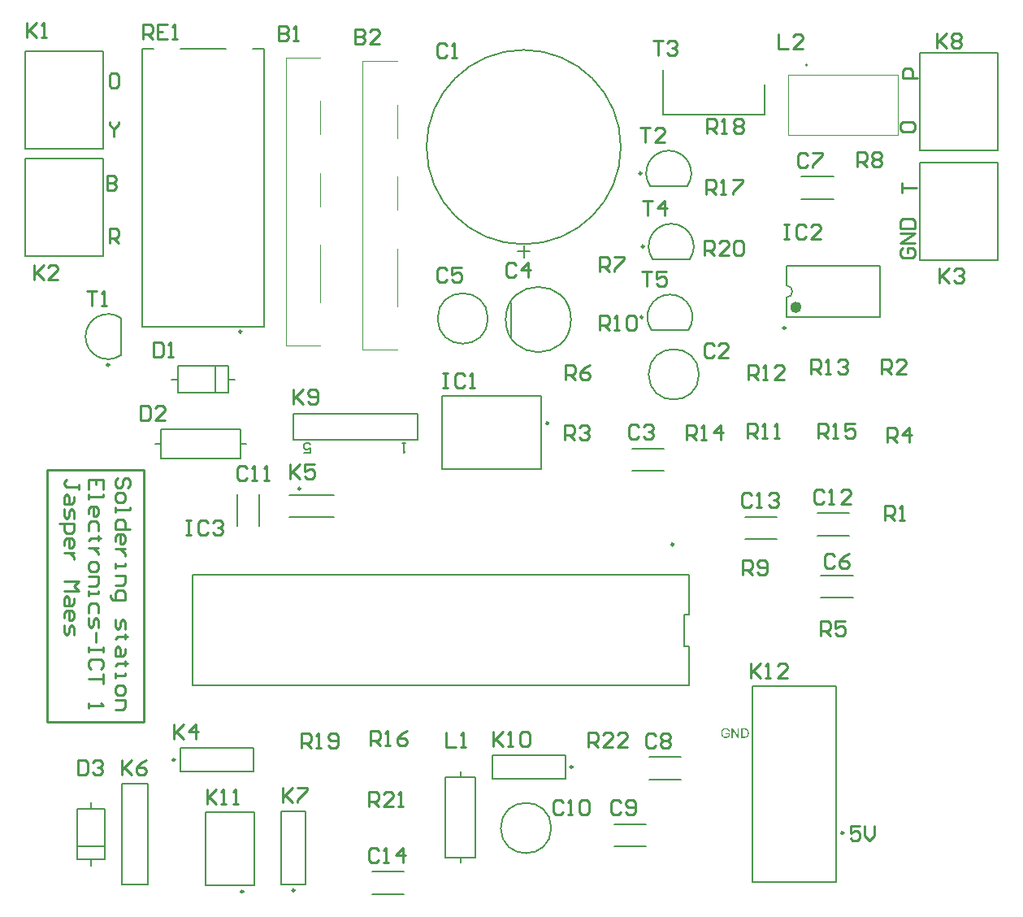
<source format=gbr>
%TF.GenerationSoftware,Altium Limited,Altium Designer,23.0.1 (38)*%
G04 Layer_Color=65535*
%FSLAX26Y26*%
%MOIN*%
%TF.SameCoordinates,CFC2B011-0ACB-40EE-8827-5318C0CA6053*%
%TF.FilePolarity,Positive*%
%TF.FileFunction,Legend,Top*%
%TF.Part,Single*%
G01*
G75*
%TA.AperFunction,NonConductor*%
%ADD54C,0.023622*%
%ADD55C,0.009842*%
%ADD56C,0.007874*%
%ADD57C,0.006000*%
%ADD58C,0.005906*%
%ADD59C,0.010000*%
%ADD60C,0.003937*%
G36*
X3910258Y4284016D02*
X3910702D01*
X3911756Y4283905D01*
X3912921Y4283739D01*
X3914142Y4283462D01*
X3915474Y4283128D01*
X3916751Y4282685D01*
X3916807D01*
X3916918Y4282629D01*
X3917084Y4282574D01*
X3917306Y4282462D01*
X3917916Y4282130D01*
X3918693Y4281741D01*
X3919526Y4281186D01*
X3920414Y4280520D01*
X3921247Y4279798D01*
X3922023Y4278910D01*
X3922135Y4278800D01*
X3922356Y4278467D01*
X3922689Y4277967D01*
X3923133Y4277245D01*
X3923577Y4276358D01*
X3924077Y4275248D01*
X3924577Y4274026D01*
X3924965Y4272639D01*
X3920358Y4271418D01*
Y4271474D01*
X3920303Y4271529D01*
X3920247Y4271695D01*
X3920192Y4271917D01*
X3920026Y4272417D01*
X3919803Y4273083D01*
X3919470Y4273860D01*
X3919082Y4274582D01*
X3918693Y4275359D01*
X3918194Y4276025D01*
X3918139Y4276080D01*
X3917972Y4276302D01*
X3917639Y4276579D01*
X3917251Y4276968D01*
X3916751Y4277412D01*
X3916085Y4277856D01*
X3915363Y4278300D01*
X3914531Y4278689D01*
X3914420Y4278744D01*
X3914142Y4278855D01*
X3913643Y4279021D01*
X3912977Y4279243D01*
X3912200Y4279410D01*
X3911312Y4279577D01*
X3910313Y4279688D01*
X3909258Y4279743D01*
X3908648D01*
X3908370Y4279688D01*
X3908037D01*
X3907205Y4279632D01*
X3906262Y4279466D01*
X3905207Y4279299D01*
X3904208Y4279021D01*
X3903209Y4278633D01*
X3903098Y4278578D01*
X3902765Y4278467D01*
X3902321Y4278189D01*
X3901766Y4277912D01*
X3901100Y4277467D01*
X3900378Y4277024D01*
X3899713Y4276468D01*
X3899102Y4275858D01*
X3899046Y4275802D01*
X3898825Y4275581D01*
X3898547Y4275192D01*
X3898214Y4274748D01*
X3897825Y4274193D01*
X3897437Y4273527D01*
X3897048Y4272806D01*
X3896660Y4272029D01*
Y4271973D01*
X3896604Y4271862D01*
X3896549Y4271695D01*
X3896438Y4271418D01*
X3896327Y4271085D01*
X3896216Y4270697D01*
X3896050Y4270252D01*
X3895939Y4269753D01*
X3895661Y4268587D01*
X3895439Y4267256D01*
X3895273Y4265868D01*
X3895217Y4264314D01*
Y4264258D01*
Y4264092D01*
Y4263815D01*
X3895273Y4263481D01*
Y4263038D01*
X3895328Y4262483D01*
X3895383Y4261927D01*
X3895439Y4261317D01*
X3895661Y4259930D01*
X3895939Y4258486D01*
X3896383Y4257043D01*
X3896938Y4255656D01*
Y4255600D01*
X3897048Y4255489D01*
X3897104Y4255323D01*
X3897271Y4255101D01*
X3897659Y4254490D01*
X3898269Y4253713D01*
X3898991Y4252881D01*
X3899879Y4252048D01*
X3900934Y4251271D01*
X3902099Y4250550D01*
X3902155D01*
X3902265Y4250494D01*
X3902432Y4250383D01*
X3902709Y4250273D01*
X3902987Y4250162D01*
X3903376Y4250051D01*
X3904264Y4249717D01*
X3905374Y4249440D01*
X3906595Y4249163D01*
X3907927Y4248940D01*
X3909314Y4248885D01*
X3909869D01*
X3910202Y4248940D01*
X3910535D01*
X3911367Y4249051D01*
X3912367Y4249163D01*
X3913421Y4249385D01*
X3914586Y4249717D01*
X3915752Y4250106D01*
X3915807D01*
X3915919Y4250162D01*
X3916030Y4250217D01*
X3916251Y4250328D01*
X3916862Y4250605D01*
X3917528Y4250939D01*
X3918305Y4251327D01*
X3919137Y4251771D01*
X3919914Y4252270D01*
X3920581Y4252825D01*
Y4260041D01*
X3909258D01*
Y4264592D01*
X3925575D01*
Y4250328D01*
X3925520Y4250273D01*
X3925409Y4250217D01*
X3925187Y4250051D01*
X3924910Y4249828D01*
X3924577Y4249606D01*
X3924188Y4249329D01*
X3923689Y4248996D01*
X3923189Y4248663D01*
X3922023Y4247941D01*
X3920691Y4247164D01*
X3919304Y4246443D01*
X3917805Y4245833D01*
X3917750D01*
X3917639Y4245777D01*
X3917417Y4245721D01*
X3917140Y4245610D01*
X3916751Y4245499D01*
X3916307Y4245333D01*
X3915807Y4245222D01*
X3915308Y4245111D01*
X3914087Y4244833D01*
X3912700Y4244556D01*
X3911201Y4244390D01*
X3909647Y4244334D01*
X3909092D01*
X3908704Y4244390D01*
X3908204D01*
X3907593Y4244445D01*
X3906927Y4244556D01*
X3906206Y4244611D01*
X3904597Y4244944D01*
X3902876Y4245333D01*
X3901100Y4245944D01*
X3900212Y4246276D01*
X3899324Y4246721D01*
X3899269Y4246776D01*
X3899102Y4246832D01*
X3898880Y4246998D01*
X3898547Y4247164D01*
X3898159Y4247442D01*
X3897770Y4247720D01*
X3896715Y4248497D01*
X3895606Y4249495D01*
X3894440Y4250717D01*
X3893330Y4252104D01*
X3892331Y4253713D01*
Y4253769D01*
X3892220Y4253935D01*
X3892109Y4254158D01*
X3891943Y4254546D01*
X3891776Y4254935D01*
X3891610Y4255489D01*
X3891387Y4256044D01*
X3891166Y4256711D01*
X3890943Y4257432D01*
X3890722Y4258265D01*
X3890555Y4259097D01*
X3890389Y4259985D01*
X3890111Y4261927D01*
X3890000Y4263981D01*
Y4264037D01*
Y4264258D01*
Y4264536D01*
X3890055Y4264925D01*
Y4265424D01*
X3890111Y4266034D01*
X3890222Y4266645D01*
X3890278Y4267367D01*
X3890444Y4268144D01*
X3890555Y4268976D01*
X3890999Y4270752D01*
X3891554Y4272583D01*
X3892331Y4274415D01*
X3892387Y4274471D01*
X3892442Y4274637D01*
X3892553Y4274859D01*
X3892775Y4275192D01*
X3892997Y4275636D01*
X3893274Y4276080D01*
X3894052Y4277135D01*
X3894995Y4278355D01*
X3896160Y4279521D01*
X3897492Y4280686D01*
X3898269Y4281186D01*
X3899046Y4281685D01*
X3899102Y4281741D01*
X3899269Y4281797D01*
X3899490Y4281908D01*
X3899823Y4282074D01*
X3900267Y4282240D01*
X3900767Y4282462D01*
X3901322Y4282685D01*
X3901988Y4282907D01*
X3902709Y4283128D01*
X3903486Y4283295D01*
X3904319Y4283517D01*
X3905207Y4283684D01*
X3907149Y4283961D01*
X3908148Y4284072D01*
X3909925D01*
X3910258Y4284016D01*
D02*
G37*
G36*
X3963260Y4245000D02*
X3957988D01*
X3937896Y4275136D01*
Y4245000D01*
X3933012D01*
Y4283406D01*
X3938229D01*
X3958376Y4253214D01*
Y4283406D01*
X3963260D01*
Y4245000D01*
D02*
G37*
G36*
X3987569Y4283350D02*
X3988679Y4283295D01*
X3989789Y4283184D01*
X3990899Y4283017D01*
X3991843Y4282851D01*
X3991898D01*
X3992009Y4282796D01*
X3992175D01*
X3992398Y4282685D01*
X3993008Y4282518D01*
X3993785Y4282240D01*
X3994673Y4281852D01*
X3995617Y4281352D01*
X3996560Y4280797D01*
X3997448Y4280076D01*
X3997503Y4280020D01*
X3997559Y4279965D01*
X3997726Y4279798D01*
X3997948Y4279632D01*
X3998503Y4279077D01*
X3999169Y4278300D01*
X3999890Y4277356D01*
X4000667Y4276247D01*
X4001389Y4274970D01*
X4001999Y4273527D01*
Y4273471D01*
X4002055Y4273360D01*
X4002166Y4273139D01*
X4002221Y4272806D01*
X4002387Y4272417D01*
X4002499Y4271973D01*
X4002610Y4271474D01*
X4002776Y4270863D01*
X4002943Y4270252D01*
X4003053Y4269531D01*
X4003331Y4267977D01*
X4003497Y4266257D01*
X4003553Y4264369D01*
Y4264314D01*
Y4264203D01*
Y4263926D01*
Y4263648D01*
X4003497Y4263260D01*
Y4262815D01*
X4003442Y4261761D01*
X4003276Y4260540D01*
X4003109Y4259264D01*
X4002831Y4257931D01*
X4002499Y4256600D01*
Y4256544D01*
X4002443Y4256433D01*
X4002387Y4256266D01*
X4002332Y4256044D01*
X4002110Y4255434D01*
X4001777Y4254657D01*
X4001444Y4253769D01*
X4001000Y4252881D01*
X4000445Y4251938D01*
X3999890Y4251050D01*
X3999834Y4250939D01*
X3999613Y4250661D01*
X3999280Y4250273D01*
X3998836Y4249773D01*
X3998336Y4249218D01*
X3997726Y4248663D01*
X3997115Y4248052D01*
X3996394Y4247553D01*
X3996282Y4247498D01*
X3996061Y4247331D01*
X3995672Y4247109D01*
X3995117Y4246832D01*
X3994451Y4246498D01*
X3993674Y4246221D01*
X3992786Y4245888D01*
X3991787Y4245610D01*
X3991676D01*
X3991510Y4245555D01*
X3991343Y4245499D01*
X3990788Y4245444D01*
X3990011Y4245333D01*
X3989123Y4245222D01*
X3988068Y4245111D01*
X3986903Y4245056D01*
X3985626Y4245000D01*
X3971807D01*
Y4283406D01*
X3986570D01*
X3987569Y4283350D01*
D02*
G37*
%LPC*%
G36*
X3985793Y4278855D02*
X3976913D01*
Y4249551D01*
X3986015D01*
X3986403Y4249606D01*
X3987236Y4249662D01*
X3988180Y4249717D01*
X3989178Y4249828D01*
X3990177Y4249995D01*
X3991010Y4250217D01*
X3991121Y4250273D01*
X3991398Y4250328D01*
X3991787Y4250494D01*
X3992287Y4250717D01*
X3992841Y4251050D01*
X3993396Y4251382D01*
X3993952Y4251771D01*
X3994506Y4252215D01*
X3994562Y4252326D01*
X3994784Y4252548D01*
X3995117Y4252936D01*
X3995506Y4253492D01*
X3995950Y4254213D01*
X3996449Y4255046D01*
X3996893Y4255989D01*
X3997282Y4257043D01*
Y4257099D01*
X3997337Y4257210D01*
X3997392Y4257377D01*
X3997448Y4257599D01*
X3997503Y4257876D01*
X3997615Y4258265D01*
X3997726Y4258653D01*
X3997836Y4259097D01*
X3998003Y4260207D01*
X3998169Y4261484D01*
X3998280Y4262926D01*
X3998336Y4264480D01*
Y4264536D01*
Y4264758D01*
Y4265035D01*
X3998280Y4265480D01*
Y4265979D01*
X3998225Y4266534D01*
X3998169Y4267200D01*
X3998114Y4267866D01*
X3997836Y4269364D01*
X3997503Y4270918D01*
X3997004Y4272361D01*
X3996671Y4273083D01*
X3996338Y4273694D01*
Y4273749D01*
X3996227Y4273860D01*
X3996116Y4274026D01*
X3996005Y4274248D01*
X3995561Y4274803D01*
X3995006Y4275470D01*
X3994285Y4276191D01*
X3993452Y4276913D01*
X3992508Y4277523D01*
X3991510Y4278023D01*
X3991398Y4278078D01*
X3991121Y4278133D01*
X3990622Y4278300D01*
X3989900Y4278467D01*
X3989012Y4278578D01*
X3987902Y4278744D01*
X3987236Y4278800D01*
X3986515D01*
X3985793Y4278855D01*
D02*
G37*
%LPD*%
D54*
X4208268Y6010039D02*
G03*
X4208268Y6010039I-11811J0D01*
G01*
D55*
X4153740Y5925000D02*
G03*
X4153740Y5925000I-4921J0D01*
G01*
X3568780Y5970000D02*
G03*
X3568780Y5970000I-4921J0D01*
G01*
X3573780Y6260000D02*
G03*
X3573780Y6260000I-4921J0D01*
G01*
X3563780Y6560000D02*
G03*
X3563780Y6560000I-4921J0D01*
G01*
X2164921Y5266654D02*
G03*
X2164921Y5266654I-4921J0D01*
G01*
X4391772Y3855000D02*
G03*
X4391772Y3855000I-4921J0D01*
G01*
X1929921Y3614409D02*
G03*
X1929921Y3614409I-4921J0D01*
G01*
X1379921Y5773858D02*
G03*
X1379921Y5773858I-4921J0D01*
G01*
X3181693Y5535000D02*
G03*
X3181693Y5535000I-4921J0D01*
G01*
X3280512Y4125000D02*
G03*
X3280512Y4125000I-4921J0D01*
G01*
X2139921Y3619409D02*
G03*
X2139921Y3619409I-4921J0D01*
G01*
X1649331Y4155000D02*
G03*
X1649331Y4155000I-4921J0D01*
G01*
X1922480Y5910433D02*
G03*
X1922480Y5910433I-4921J0D01*
G01*
X3694921Y5038228D02*
G03*
X3694921Y5038228I-4921J0D01*
G01*
D56*
X4157087Y6050000D02*
G03*
X4157087Y6100000I0J25000D01*
G01*
X3798976Y5735000D02*
G03*
X3798976Y5735000I-103347J0D01*
G01*
X3192717Y3875000D02*
G03*
X3192717Y3875000I-103347J0D01*
G01*
X4240000Y7000236D02*
G03*
X4240000Y7008110I0J3937D01*
G01*
D02*
G03*
X4240000Y7000236I0J-3937D01*
G01*
X3756137Y5917435D02*
G03*
X3603872Y5917423I-76137J52565D01*
G01*
X3761137Y6207435D02*
G03*
X3608872Y6207423I-76137J52565D01*
G01*
X3751137Y6507435D02*
G03*
X3598872Y6507423I-76137J52565D01*
G01*
X2933347Y5964370D02*
G03*
X2933347Y5964370I-103347J0D01*
G01*
X1427565Y5966137D02*
G03*
X1427577Y5813872I-52565J-76137D01*
G01*
X4705560Y6655000D02*
Y7054996D01*
X5024452Y6654996D02*
Y7054996D01*
X4705556Y6654996D02*
X5024452D01*
X4705560Y7054996D02*
X5024452D01*
X4299918Y4818618D02*
X4430082D01*
X4299918Y4911382D02*
X4430082D01*
X4705560Y6205000D02*
Y6604996D01*
X5024452Y6204996D02*
Y6604996D01*
X4705556Y6204996D02*
X5024452D01*
X4705560Y6604996D02*
X5024452D01*
X4542914Y5970670D02*
Y6179330D01*
X4157086Y6100000D02*
Y6179330D01*
Y5970670D02*
Y6050000D01*
Y6179330D02*
X4542914D01*
X4157086Y5970670D02*
X4542914D01*
X3989454Y5058618D02*
X4119618D01*
X3989454Y5151382D02*
X4119618D01*
X4284918Y5073618D02*
X4415082D01*
X4284918Y5166382D02*
X4415082D01*
X4219918Y6453618D02*
X4350082D01*
X4219918Y6546382D02*
X4350082D01*
X3524918Y5338618D02*
X3655082D01*
X3524918Y5431382D02*
X3655082D01*
X3652520Y6799212D02*
Y6983858D01*
Y6799212D02*
X4067480D01*
Y6925000D01*
X3603872Y5917440D02*
X3756128D01*
X3608872Y6207440D02*
X3761128D01*
X3598872Y6507440D02*
X3751128D01*
X1354440Y6220004D02*
Y6620000D01*
X1035548Y6220004D02*
Y6620004D01*
X1354444D01*
X1035548Y6220004D02*
X1354440D01*
X2118070Y5241064D02*
X2301930D01*
X2118070Y5148938D02*
X2301930D01*
X4018740Y3654408D02*
X4361260D01*
Y4455592D01*
X4018748Y4455602D02*
X4361252D01*
X4018740Y3654408D02*
Y4455592D01*
X1775000Y3940000D02*
X1975000D01*
Y3640000D02*
Y3940000D01*
X1775000Y3640000D02*
X1975000D01*
X1775000D02*
Y3940000D01*
X1354440Y6660004D02*
Y7060000D01*
X1035548Y6660004D02*
Y7060004D01*
X1354444D01*
X1035548Y6660004D02*
X1354440D01*
X1427560Y5813872D02*
Y5966128D01*
X2743700Y5645236D02*
X3153150D01*
X2743700Y5346024D02*
X3153150D01*
Y5645236D01*
X2743700Y5346024D02*
Y5645236D01*
X2950000Y4075984D02*
Y4174016D01*
X3250000Y4075984D02*
Y4174016D01*
X2950000D02*
X3250000D01*
X2950000Y4075984D02*
X3250000D01*
X2085984Y3945000D02*
X2184016D01*
X2085984Y3645000D02*
X2184016D01*
Y3945000D01*
X2085984Y3645000D02*
Y3945000D01*
X1970000Y4105984D02*
Y4204016D01*
X1670000Y4105984D02*
Y4204016D01*
Y4105984D02*
X1970000D01*
X1670000Y4204016D02*
X1970000D01*
X1515000Y5929134D02*
Y7070866D01*
X1966772D02*
X2015000D01*
X1671496D02*
X1858504D01*
X1515000D02*
X1563228D01*
X2015000Y5929134D02*
Y7070866D01*
X1515000Y5929134D02*
X2015000D01*
X3029764Y5891102D02*
Y6028898D01*
X2759960Y3755040D02*
Y4084960D01*
X2880040D01*
Y3755040D02*
Y4084960D01*
X2759960Y3755040D02*
X2880040D01*
X2820000Y3733544D02*
Y3755040D01*
Y4084960D02*
Y4106456D01*
X2459454Y3603618D02*
X2589618D01*
X2459454Y3696382D02*
X2589618D01*
X1903618Y5114918D02*
Y5245082D01*
X1996382Y5114918D02*
Y5245082D01*
X3450382Y3891382D02*
X3580546D01*
X3450382Y3798618D02*
X3580546D01*
X3594918Y4073618D02*
X3725082D01*
X3594918Y4166382D02*
X3725082D01*
X1721250Y4913130D02*
X3758750D01*
X1721250Y4459370D02*
Y4913130D01*
Y4459370D02*
X3758750D01*
Y4621428D01*
X3739066D02*
X3758750D01*
X3739066D02*
Y4751072D01*
X3758750D01*
Y4913130D01*
X1249882Y3747638D02*
Y3952362D01*
X1360118D01*
Y3747638D02*
Y3952362D01*
X1249882Y3747638D02*
X1360118D01*
X1305000Y3721456D02*
Y3747638D01*
Y3952362D02*
Y3978544D01*
X1252638Y3798818D02*
X1357362D01*
X1662638Y5659882D02*
X1867362D01*
X1662638D02*
Y5770118D01*
X1867362D01*
Y5659882D02*
Y5770118D01*
Y5715000D02*
X1893544D01*
X1636456D02*
X1662638D01*
X1816182Y5662638D02*
Y5767362D01*
X1432048Y4055906D02*
X1537952D01*
X1432048Y3644094D02*
Y4055906D01*
Y3644094D02*
X1537952D01*
Y4055906D01*
X1590040Y5389960D02*
X1919960D01*
X1590040D02*
Y5510040D01*
X1919960D01*
Y5389960D02*
Y5510040D01*
Y5450000D02*
X1941456D01*
X1568544D02*
X1590040D01*
X2134094Y5467048D02*
Y5572952D01*
Y5467048D02*
X2645906D01*
Y5572952D01*
X2134094D02*
X2645906D01*
D57*
X3478500Y6667000D02*
G03*
X3478500Y6667000I-398500J0D01*
G01*
X3055000Y6238500D02*
X3105000D01*
X3080000Y6213500D02*
Y6263500D01*
X2178303Y5413084D02*
X2204961D01*
Y5433077D01*
X2191632Y5426413D01*
X2184967D01*
X2178303Y5433077D01*
Y5446406D01*
X2184967Y5453071D01*
X2198296D01*
X2204961Y5446406D01*
X2594724Y5453071D02*
X2581395D01*
X2588060D01*
Y5413084D01*
X2594724Y5419748D01*
D58*
X3273858Y5960000D02*
G03*
X3273858Y5960000I-133858J0D01*
G01*
D59*
X1125000Y4310000D02*
X1520000D01*
X1125000Y5345000D02*
X1520000D01*
Y4310000D02*
Y5345000D01*
X1125000Y4310000D02*
Y5345000D01*
X4625019Y6759990D02*
Y6739997D01*
X4635016Y6730000D01*
X4675003D01*
X4685000Y6739997D01*
Y6759990D01*
X4675003Y6769987D01*
X4635016D01*
X4625019Y6759990D01*
X4630019Y6480000D02*
Y6519987D01*
Y6499993D01*
X4690000D01*
X1380000Y6275000D02*
Y6334981D01*
X1409990D01*
X1419987Y6324984D01*
Y6304990D01*
X1409990Y6294993D01*
X1380000D01*
X1399994D02*
X1419987Y6275000D01*
X1370000Y6549981D02*
Y6490000D01*
X1399990D01*
X1409987Y6499997D01*
Y6509993D01*
X1399990Y6519990D01*
X1370000D01*
X1399990D01*
X1409987Y6529987D01*
Y6539984D01*
X1399990Y6549981D01*
X1370000D01*
X1380000Y6769981D02*
Y6759984D01*
X1399994Y6739990D01*
X1419987Y6759984D01*
Y6769981D01*
X1399994Y6739990D02*
Y6710000D01*
X1409990Y6969981D02*
X1389997D01*
X1380000Y6959984D01*
Y6919997D01*
X1389997Y6910000D01*
X1409990D01*
X1419987Y6919997D01*
Y6959984D01*
X1409990Y6969981D01*
X4459987Y3884981D02*
X4420000D01*
Y3854990D01*
X4439993Y3864987D01*
X4449990D01*
X4459987Y3854990D01*
Y3834997D01*
X4449990Y3825000D01*
X4429997D01*
X4420000Y3834997D01*
X4479981Y3884981D02*
Y3844994D01*
X4499974Y3825000D01*
X4519968Y3844994D01*
Y3884981D01*
X4635016Y6254987D02*
X4625019Y6244990D01*
Y6224997D01*
X4635016Y6215000D01*
X4675003D01*
X4685000Y6224997D01*
Y6244990D01*
X4675003Y6254987D01*
X4655010D01*
Y6234993D01*
X4685000Y6274981D02*
X4625019D01*
X4685000Y6314968D01*
X4625019D01*
Y6334961D02*
X4685000D01*
Y6364952D01*
X4675003Y6374948D01*
X4635016D01*
X4625019Y6364952D01*
Y6334961D01*
X4695000Y6950000D02*
X4635019D01*
Y6979990D01*
X4645016Y6989987D01*
X4665010D01*
X4675007Y6979990D01*
Y6950000D01*
X1254974Y5265013D02*
Y5285007D01*
Y5275010D01*
X1204990D01*
X1194994Y5285007D01*
Y5295003D01*
X1204990Y5305000D01*
X1234981Y5235023D02*
Y5215029D01*
X1224984Y5205032D01*
X1194994D01*
Y5235023D01*
X1204990Y5245019D01*
X1214987Y5235023D01*
Y5205032D01*
X1194994Y5185039D02*
Y5155048D01*
X1204990Y5145052D01*
X1214987Y5155048D01*
Y5175042D01*
X1224984Y5185039D01*
X1234981Y5175042D01*
Y5145052D01*
X1175000Y5125058D02*
X1234981D01*
Y5095068D01*
X1224984Y5085071D01*
X1204990D01*
X1194994Y5095068D01*
Y5125058D01*
Y5035087D02*
Y5055081D01*
X1204990Y5065078D01*
X1224984D01*
X1234981Y5055081D01*
Y5035087D01*
X1224984Y5025091D01*
X1214987D01*
Y5065078D01*
X1234981Y5005097D02*
X1194994D01*
X1214987D01*
X1224984Y4995100D01*
X1234981Y4985104D01*
Y4975107D01*
X1194994Y4885136D02*
X1254974D01*
X1234981Y4865142D01*
X1254974Y4845149D01*
X1194994D01*
X1234981Y4815158D02*
Y4795165D01*
X1224984Y4785168D01*
X1194994D01*
Y4815158D01*
X1204990Y4825155D01*
X1214987Y4815158D01*
Y4785168D01*
X1194994Y4735184D02*
Y4755178D01*
X1204990Y4765175D01*
X1224984D01*
X1234981Y4755178D01*
Y4735184D01*
X1224984Y4725188D01*
X1214987D01*
Y4765175D01*
X1194994Y4705194D02*
Y4675204D01*
X1204990Y4665207D01*
X1214987Y4675204D01*
Y4695197D01*
X1224984Y4705194D01*
X1234981Y4695197D01*
Y4665207D01*
X1354981Y5265013D02*
Y5305000D01*
X1295000D01*
Y5265013D01*
X1324990Y5305000D02*
Y5285007D01*
X1295000Y5245019D02*
Y5225026D01*
Y5235023D01*
X1354981D01*
Y5245019D01*
X1295000Y5165045D02*
Y5185039D01*
X1304997Y5195036D01*
X1324990D01*
X1334987Y5185039D01*
Y5165045D01*
X1324990Y5155048D01*
X1314994D01*
Y5195036D01*
X1334987Y5095068D02*
Y5125058D01*
X1324990Y5135055D01*
X1304997D01*
X1295000Y5125058D01*
Y5095068D01*
X1344984Y5065078D02*
X1334987D01*
Y5075074D01*
Y5055081D01*
Y5065078D01*
X1304997D01*
X1295000Y5055081D01*
X1334987Y5025091D02*
X1295000D01*
X1314994D01*
X1324990Y5015094D01*
X1334987Y5005097D01*
Y4995100D01*
X1295000Y4955113D02*
Y4935120D01*
X1304997Y4925123D01*
X1324990D01*
X1334987Y4935120D01*
Y4955113D01*
X1324990Y4965110D01*
X1304997D01*
X1295000Y4955113D01*
Y4905129D02*
X1334987D01*
Y4875139D01*
X1324990Y4865142D01*
X1295000D01*
Y4845149D02*
Y4825155D01*
Y4835152D01*
X1334987D01*
Y4845149D01*
Y4755178D02*
Y4785168D01*
X1324990Y4795165D01*
X1304997D01*
X1295000Y4785168D01*
Y4755178D01*
Y4735184D02*
Y4705194D01*
X1304997Y4695197D01*
X1314994Y4705194D01*
Y4725188D01*
X1324990Y4735184D01*
X1334987Y4725188D01*
Y4695197D01*
X1324990Y4675204D02*
Y4635217D01*
X1354981Y4615223D02*
Y4595230D01*
Y4605226D01*
X1295000D01*
Y4615223D01*
Y4595230D01*
X1344984Y4525252D02*
X1354981Y4535249D01*
Y4555243D01*
X1344984Y4565239D01*
X1304997D01*
X1295000Y4555243D01*
Y4535249D01*
X1304997Y4525252D01*
X1354981Y4505259D02*
Y4465272D01*
Y4485265D01*
X1295000D01*
Y4385298D02*
Y4365304D01*
Y4375301D01*
X1354981D01*
X1344984Y4385298D01*
X1454977Y5270013D02*
X1464974Y5280010D01*
Y5300003D01*
X1454977Y5310000D01*
X1444981D01*
X1434984Y5300003D01*
Y5280010D01*
X1424987Y5270013D01*
X1414990D01*
X1404994Y5280010D01*
Y5300003D01*
X1414990Y5310000D01*
X1404994Y5240023D02*
Y5220029D01*
X1414990Y5210032D01*
X1434984D01*
X1444981Y5220029D01*
Y5240023D01*
X1434984Y5250019D01*
X1414990D01*
X1404994Y5240023D01*
Y5190039D02*
Y5170045D01*
Y5180042D01*
X1464974D01*
Y5190039D01*
Y5100068D02*
X1404994D01*
Y5130058D01*
X1414990Y5140055D01*
X1434984D01*
X1444981Y5130058D01*
Y5100068D01*
X1404994Y5050084D02*
Y5070078D01*
X1414990Y5080074D01*
X1434984D01*
X1444981Y5070078D01*
Y5050084D01*
X1434984Y5040087D01*
X1424987D01*
Y5080074D01*
X1444981Y5020094D02*
X1404994D01*
X1424987D01*
X1434984Y5010097D01*
X1444981Y5000100D01*
Y4990104D01*
X1404994Y4960113D02*
Y4940120D01*
Y4950116D01*
X1444981D01*
Y4960113D01*
X1404994Y4910129D02*
X1444981D01*
Y4880139D01*
X1434984Y4870142D01*
X1404994D01*
X1385000Y4830155D02*
Y4820158D01*
X1394997Y4810162D01*
X1444981D01*
Y4840152D01*
X1434984Y4850149D01*
X1414990D01*
X1404994Y4840152D01*
Y4810162D01*
Y4730188D02*
Y4700197D01*
X1414990Y4690200D01*
X1424987Y4700197D01*
Y4720191D01*
X1434984Y4730188D01*
X1444981Y4720191D01*
Y4690200D01*
X1454977Y4660210D02*
X1444981D01*
Y4670207D01*
Y4650213D01*
Y4660210D01*
X1414990D01*
X1404994Y4650213D01*
X1444981Y4610226D02*
Y4590233D01*
X1434984Y4580236D01*
X1404994D01*
Y4610226D01*
X1414990Y4620223D01*
X1424987Y4610226D01*
Y4580236D01*
X1454977Y4550246D02*
X1444981D01*
Y4560243D01*
Y4540249D01*
Y4550246D01*
X1414990D01*
X1404994Y4540249D01*
Y4510259D02*
Y4490265D01*
Y4500262D01*
X1444981D01*
Y4510259D01*
X1404994Y4450278D02*
Y4430285D01*
X1414990Y4420288D01*
X1434984D01*
X1444981Y4430285D01*
Y4450278D01*
X1434984Y4460275D01*
X1414990D01*
X1404994Y4450278D01*
Y4400294D02*
X1444981D01*
Y4370304D01*
X1434984Y4360307D01*
X1404994D01*
X3564000Y6156981D02*
X3603987D01*
X3583994D01*
Y6097000D01*
X3663968Y6156981D02*
X3623981D01*
Y6126990D01*
X3643974Y6136987D01*
X3653971D01*
X3663968Y6126990D01*
Y6106997D01*
X3653971Y6097000D01*
X3633977D01*
X3623981Y6106997D01*
X3569000Y6446981D02*
X3608987D01*
X3588994D01*
Y6387000D01*
X3658971D02*
Y6446981D01*
X3628981Y6416990D01*
X3668968D01*
X3610016Y7104990D02*
X3650003D01*
X3630010D01*
Y7045010D01*
X3669997Y7094993D02*
X3679994Y7104990D01*
X3699987D01*
X3709984Y7094993D01*
Y7084997D01*
X3699987Y7075000D01*
X3689990D01*
X3699987D01*
X3709984Y7065003D01*
Y7055007D01*
X3699987Y7045010D01*
X3679994D01*
X3669997Y7055007D01*
X3559000Y6746981D02*
X3598987D01*
X3578994D01*
Y6687000D01*
X3658968D02*
X3618981D01*
X3658968Y6726987D01*
Y6736984D01*
X3648971Y6746981D01*
X3628977D01*
X3618981Y6736984D01*
X1288000Y6076981D02*
X1327987D01*
X1307994D01*
Y6017000D01*
X1347981D02*
X1367974D01*
X1357977D01*
Y6076981D01*
X1347981Y6066984D01*
X1517000Y7109000D02*
Y7168981D01*
X1546990D01*
X1556987Y7158984D01*
Y7138990D01*
X1546990Y7128993D01*
X1517000D01*
X1536994D02*
X1556987Y7109000D01*
X1616968Y7168981D02*
X1576981D01*
Y7109000D01*
X1616968D01*
X1576981Y7138990D02*
X1596974D01*
X1636961Y7109000D02*
X1656955D01*
X1646958D01*
Y7168981D01*
X1636961Y7158984D01*
X3344000Y4207000D02*
Y4266981D01*
X3373990D01*
X3383987Y4256984D01*
Y4236990D01*
X3373990Y4226993D01*
X3344000D01*
X3363994D02*
X3383987Y4207000D01*
X3443968D02*
X3403981D01*
X3443968Y4246987D01*
Y4256984D01*
X3433971Y4266981D01*
X3413977D01*
X3403981Y4256984D01*
X3503948Y4207000D02*
X3463961D01*
X3503948Y4246987D01*
Y4256984D01*
X3493952Y4266981D01*
X3473958D01*
X3463961Y4256984D01*
X2444000Y3962000D02*
Y4021981D01*
X2473990D01*
X2483987Y4011984D01*
Y3991990D01*
X2473990Y3981994D01*
X2444000D01*
X2463994D02*
X2483987Y3962000D01*
X2543968D02*
X2503981D01*
X2543968Y4001987D01*
Y4011984D01*
X2533971Y4021981D01*
X2513977D01*
X2503981Y4011984D01*
X2563961Y3962000D02*
X2583955D01*
X2573958D01*
Y4021981D01*
X2563961Y4011984D01*
X3822000Y6222000D02*
Y6281981D01*
X3851990D01*
X3861987Y6271984D01*
Y6251990D01*
X3851990Y6241993D01*
X3822000D01*
X3841994D02*
X3861987Y6222000D01*
X3921968D02*
X3881981D01*
X3921968Y6261987D01*
Y6271984D01*
X3911971Y6281981D01*
X3891977D01*
X3881981Y6271984D01*
X3941961D02*
X3951958Y6281981D01*
X3971952D01*
X3981948Y6271984D01*
Y6231997D01*
X3971952Y6222000D01*
X3951958D01*
X3941961Y6231997D01*
Y6271984D01*
X2167000Y4202000D02*
Y4261981D01*
X2196990D01*
X2206987Y4251984D01*
Y4231990D01*
X2196990Y4221993D01*
X2167000D01*
X2186994D02*
X2206987Y4202000D01*
X2226981D02*
X2246974D01*
X2236977D01*
Y4261981D01*
X2226981Y4251984D01*
X2276964Y4211997D02*
X2286961Y4202000D01*
X2306955D01*
X2316952Y4211997D01*
Y4251984D01*
X2306955Y4261981D01*
X2286961D01*
X2276964Y4251984D01*
Y4241987D01*
X2286961Y4231990D01*
X2316952D01*
X3832000Y6722000D02*
Y6781981D01*
X3861990D01*
X3871987Y6771984D01*
Y6751990D01*
X3861990Y6741993D01*
X3832000D01*
X3851994D02*
X3871987Y6722000D01*
X3891981D02*
X3911974D01*
X3901977D01*
Y6781981D01*
X3891981Y6771984D01*
X3941964D02*
X3951961Y6781981D01*
X3971955D01*
X3981952Y6771984D01*
Y6761987D01*
X3971955Y6751990D01*
X3981952Y6741993D01*
Y6731997D01*
X3971955Y6722000D01*
X3951961D01*
X3941964Y6731997D01*
Y6741993D01*
X3951961Y6751990D01*
X3941964Y6761987D01*
Y6771984D01*
X3951961Y6751990D02*
X3971955D01*
X3829000Y6472000D02*
Y6531981D01*
X3858990D01*
X3868987Y6521984D01*
Y6501990D01*
X3858990Y6491993D01*
X3829000D01*
X3848994D02*
X3868987Y6472000D01*
X3888981D02*
X3908974D01*
X3898977D01*
Y6531981D01*
X3888981Y6521984D01*
X3938964Y6531981D02*
X3978952D01*
Y6521984D01*
X3938964Y6481997D01*
Y6472000D01*
X2452000Y4212000D02*
Y4271981D01*
X2481990D01*
X2491987Y4261984D01*
Y4241990D01*
X2481990Y4231993D01*
X2452000D01*
X2471994D02*
X2491987Y4212000D01*
X2511981D02*
X2531974D01*
X2521977D01*
Y4271981D01*
X2511981Y4261984D01*
X2601952Y4271981D02*
X2581958Y4261984D01*
X2561964Y4241990D01*
Y4221997D01*
X2571961Y4212000D01*
X2591955D01*
X2601952Y4221997D01*
Y4231993D01*
X2591955Y4241990D01*
X2561964D01*
X4289000Y5472000D02*
Y5531981D01*
X4318990D01*
X4328987Y5521984D01*
Y5501990D01*
X4318990Y5491993D01*
X4289000D01*
X4308993D02*
X4328987Y5472000D01*
X4348981D02*
X4368974D01*
X4358977D01*
Y5531981D01*
X4348981Y5521984D01*
X4438952Y5531981D02*
X4398964D01*
Y5501990D01*
X4418958Y5511987D01*
X4428955D01*
X4438952Y5501990D01*
Y5481997D01*
X4428955Y5472000D01*
X4408961D01*
X4398964Y5481997D01*
X3749000Y5467000D02*
Y5526981D01*
X3778990D01*
X3788987Y5516984D01*
Y5496990D01*
X3778990Y5486993D01*
X3749000D01*
X3768994D02*
X3788987Y5467000D01*
X3808981D02*
X3828974D01*
X3818977D01*
Y5526981D01*
X3808981Y5516984D01*
X3888955Y5467000D02*
Y5526981D01*
X3858964Y5496990D01*
X3898952D01*
X4259000Y5737000D02*
Y5796981D01*
X4288990D01*
X4298987Y5786984D01*
Y5766990D01*
X4288990Y5756993D01*
X4259000D01*
X4278993D02*
X4298987Y5737000D01*
X4318981D02*
X4338974D01*
X4328977D01*
Y5796981D01*
X4318981Y5786984D01*
X4368964D02*
X4378961Y5796981D01*
X4398955D01*
X4408952Y5786984D01*
Y5776987D01*
X4398955Y5766990D01*
X4388958D01*
X4398955D01*
X4408952Y5756993D01*
Y5746997D01*
X4398955Y5737000D01*
X4378961D01*
X4368964Y5746997D01*
X4000024Y5715010D02*
Y5774990D01*
X4030015D01*
X4040011Y5764993D01*
Y5745000D01*
X4030015Y5735003D01*
X4000024D01*
X4020018D02*
X4040011Y5715010D01*
X4060005D02*
X4079998D01*
X4070002D01*
Y5774990D01*
X4060005Y5764993D01*
X4149976Y5715010D02*
X4109989D01*
X4149976Y5754997D01*
Y5764993D01*
X4139979Y5774990D01*
X4119985D01*
X4109989Y5764993D01*
X3999000Y5472000D02*
Y5531981D01*
X4028990D01*
X4038987Y5521984D01*
Y5501990D01*
X4028990Y5491993D01*
X3999000D01*
X4018994D02*
X4038987Y5472000D01*
X4058981D02*
X4078974D01*
X4068977D01*
Y5531981D01*
X4058981Y5521984D01*
X4108964Y5472000D02*
X4128958D01*
X4118961D01*
Y5531981D01*
X4108964Y5521984D01*
X3392000Y5917000D02*
Y5976981D01*
X3421990D01*
X3431987Y5966984D01*
Y5946990D01*
X3421990Y5936993D01*
X3392000D01*
X3411994D02*
X3431987Y5917000D01*
X3451981D02*
X3471974D01*
X3461977D01*
Y5976981D01*
X3451981Y5966984D01*
X3501964D02*
X3511961Y5976981D01*
X3531955D01*
X3541952Y5966984D01*
Y5926997D01*
X3531955Y5917000D01*
X3511961D01*
X3501964Y5926997D01*
Y5966984D01*
X3977000Y4912000D02*
Y4971981D01*
X4006990D01*
X4016987Y4961984D01*
Y4941990D01*
X4006990Y4931993D01*
X3977000D01*
X3996994D02*
X4016987Y4912000D01*
X4036981Y4921997D02*
X4046977Y4912000D01*
X4066971D01*
X4076968Y4921997D01*
Y4961984D01*
X4066971Y4971981D01*
X4046977D01*
X4036981Y4961984D01*
Y4951987D01*
X4046977Y4941990D01*
X4076968D01*
X4447000Y6587000D02*
Y6646981D01*
X4476990D01*
X4486987Y6636984D01*
Y6616990D01*
X4476990Y6606993D01*
X4447000D01*
X4466993D02*
X4486987Y6587000D01*
X4506981Y6636984D02*
X4516977Y6646981D01*
X4536971D01*
X4546968Y6636984D01*
Y6626987D01*
X4536971Y6616990D01*
X4546968Y6606993D01*
Y6596997D01*
X4536971Y6587000D01*
X4516977D01*
X4506981Y6596997D01*
Y6606993D01*
X4516977Y6616990D01*
X4506981Y6626987D01*
Y6636984D01*
X4516977Y6616990D02*
X4536971D01*
X3392000Y6157000D02*
Y6216981D01*
X3421990D01*
X3431987Y6206984D01*
Y6186990D01*
X3421990Y6176993D01*
X3392000D01*
X3411994D02*
X3431987Y6157000D01*
X3451981Y6216981D02*
X3491968D01*
Y6206984D01*
X3451981Y6166997D01*
Y6157000D01*
X3252000Y5712000D02*
Y5771981D01*
X3281990D01*
X3291987Y5761984D01*
Y5741990D01*
X3281990Y5731993D01*
X3252000D01*
X3271994D02*
X3291987Y5712000D01*
X3351968Y5771981D02*
X3331974Y5761984D01*
X3311981Y5741990D01*
Y5721997D01*
X3321977Y5712000D01*
X3341971D01*
X3351968Y5721997D01*
Y5731993D01*
X3341971Y5741990D01*
X3311981D01*
X4297000Y4662000D02*
Y4721981D01*
X4326990D01*
X4336987Y4711984D01*
Y4691990D01*
X4326990Y4681993D01*
X4297000D01*
X4316993D02*
X4336987Y4662000D01*
X4396968Y4721981D02*
X4356981D01*
Y4691990D01*
X4376974Y4701987D01*
X4386971D01*
X4396968Y4691990D01*
Y4671997D01*
X4386971Y4662000D01*
X4366977D01*
X4356981Y4671997D01*
X4572000Y5457000D02*
Y5516981D01*
X4601990D01*
X4611987Y5506984D01*
Y5486990D01*
X4601990Y5476993D01*
X4572000D01*
X4591993D02*
X4611987Y5457000D01*
X4661971D02*
Y5516981D01*
X4631981Y5486990D01*
X4671968D01*
X3249000Y5467000D02*
Y5526981D01*
X3278990D01*
X3288987Y5516984D01*
Y5496990D01*
X3278990Y5486993D01*
X3249000D01*
X3268994D02*
X3288987Y5467000D01*
X3308981Y5516984D02*
X3318977Y5526981D01*
X3338971D01*
X3348968Y5516984D01*
Y5506987D01*
X3338971Y5496990D01*
X3328974D01*
X3338971D01*
X3348968Y5486993D01*
Y5476997D01*
X3338971Y5467000D01*
X3318977D01*
X3308981Y5476997D01*
X4547000Y5737000D02*
Y5796981D01*
X4576990D01*
X4586987Y5786984D01*
Y5766990D01*
X4576990Y5756993D01*
X4547000D01*
X4566993D02*
X4586987Y5737000D01*
X4646968D02*
X4606981D01*
X4646968Y5776987D01*
Y5786984D01*
X4636971Y5796981D01*
X4616977D01*
X4606981Y5786984D01*
X4562000Y5137000D02*
Y5196981D01*
X4591990D01*
X4601987Y5186984D01*
Y5166990D01*
X4591990Y5156993D01*
X4562000D01*
X4581993D02*
X4601987Y5137000D01*
X4621981D02*
X4641974D01*
X4631977D01*
Y5196981D01*
X4621981Y5186984D01*
X4125016Y7129990D02*
Y7070010D01*
X4165003D01*
X4224984D02*
X4184997D01*
X4224984Y7109997D01*
Y7119993D01*
X4214987Y7129990D01*
X4194994D01*
X4184997Y7119993D01*
X2762000Y4266981D02*
Y4207000D01*
X2801987D01*
X2821981D02*
X2841974D01*
X2831977D01*
Y4266981D01*
X2821981Y4256984D01*
X4012000Y4550981D02*
Y4491000D01*
Y4510993D01*
X4051987Y4550981D01*
X4021997Y4520990D01*
X4051987Y4491000D01*
X4071981D02*
X4091974D01*
X4081977D01*
Y4550981D01*
X4071981Y4540984D01*
X4161952Y4491000D02*
X4121964D01*
X4161952Y4530987D01*
Y4540984D01*
X4151955Y4550981D01*
X4131961D01*
X4121964Y4540984D01*
X1780000Y4034981D02*
Y3975000D01*
Y3994994D01*
X1819987Y4034981D01*
X1789997Y4004990D01*
X1819987Y3975000D01*
X1839981D02*
X1859974D01*
X1849977D01*
Y4034981D01*
X1839981Y4024984D01*
X1889964Y3975000D02*
X1909958D01*
X1899961D01*
Y4034981D01*
X1889964Y4024984D01*
X2955000Y4268981D02*
Y4209000D01*
Y4228993D01*
X2994987Y4268981D01*
X2964997Y4238990D01*
X2994987Y4209000D01*
X3014981D02*
X3034974D01*
X3024977D01*
Y4268981D01*
X3014981Y4258984D01*
X3064964D02*
X3074961Y4268981D01*
X3094955D01*
X3104952Y4258984D01*
Y4218997D01*
X3094955Y4209000D01*
X3074961D01*
X3064964Y4218997D01*
Y4258984D01*
X2135000Y5671981D02*
Y5612000D01*
Y5631993D01*
X2174987Y5671981D01*
X2144997Y5641990D01*
X2174987Y5612000D01*
X2194981Y5621997D02*
X2204977Y5612000D01*
X2224971D01*
X2234968Y5621997D01*
Y5661984D01*
X2224971Y5671981D01*
X2204977D01*
X2194981Y5661984D01*
Y5651987D01*
X2204977Y5641990D01*
X2234968D01*
X4775016Y7134990D02*
Y7075010D01*
Y7095003D01*
X4815003Y7134990D01*
X4785013Y7105000D01*
X4815003Y7075010D01*
X4834997Y7124993D02*
X4844994Y7134990D01*
X4864987D01*
X4874984Y7124993D01*
Y7114997D01*
X4864987Y7105000D01*
X4874984Y7095003D01*
Y7085007D01*
X4864987Y7075010D01*
X4844994D01*
X4834997Y7085007D01*
Y7095003D01*
X4844994Y7105000D01*
X4834997Y7114997D01*
Y7124993D01*
X4844994Y7105000D02*
X4864987D01*
X2091000Y4039981D02*
Y3980000D01*
Y3999994D01*
X2130987Y4039981D01*
X2100997Y4009990D01*
X2130987Y3980000D01*
X2150981Y4039981D02*
X2190968D01*
Y4029984D01*
X2150981Y3989997D01*
Y3980000D01*
X1433000Y4154981D02*
Y4095000D01*
Y4114993D01*
X1472987Y4154981D01*
X1442997Y4124990D01*
X1472987Y4095000D01*
X1532968Y4154981D02*
X1512974Y4144984D01*
X1492981Y4124990D01*
Y4104997D01*
X1502977Y4095000D01*
X1522971D01*
X1532968Y4104997D01*
Y4114993D01*
X1522971Y4124990D01*
X1492981D01*
X2123000Y5365981D02*
Y5306000D01*
Y5325993D01*
X2162987Y5365981D01*
X2132997Y5335990D01*
X2162987Y5306000D01*
X2222968Y5365981D02*
X2182981D01*
Y5335990D01*
X2202974Y5345987D01*
X2212971D01*
X2222968Y5335990D01*
Y5315997D01*
X2212971Y5306000D01*
X2192977D01*
X2182981Y5315997D01*
X1645000Y4298981D02*
Y4239000D01*
Y4258993D01*
X1684987Y4298981D01*
X1654997Y4268990D01*
X1684987Y4239000D01*
X1734971D02*
Y4298981D01*
X1704981Y4268990D01*
X1744968D01*
X4785016Y6169990D02*
Y6110010D01*
Y6130003D01*
X4825003Y6169990D01*
X4795013Y6140000D01*
X4825003Y6110010D01*
X4844997Y6159993D02*
X4854994Y6169990D01*
X4874987D01*
X4884984Y6159993D01*
Y6149997D01*
X4874987Y6140000D01*
X4864990D01*
X4874987D01*
X4884984Y6130003D01*
Y6120007D01*
X4874987Y6110010D01*
X4854994D01*
X4844997Y6120007D01*
X1070016Y6184990D02*
Y6125010D01*
Y6145003D01*
X1110003Y6184990D01*
X1080013Y6155000D01*
X1110003Y6125010D01*
X1169984D02*
X1129997D01*
X1169984Y6164997D01*
Y6174993D01*
X1159987Y6184990D01*
X1139994D01*
X1129997Y6174993D01*
X1041000Y7176981D02*
Y7117000D01*
Y7136993D01*
X1080987Y7176981D01*
X1050997Y7146990D01*
X1080987Y7117000D01*
X1100981D02*
X1120974D01*
X1110977D01*
Y7176981D01*
X1100981Y7166984D01*
X1695000Y5137981D02*
X1714994D01*
X1704997D01*
Y5078000D01*
X1695000D01*
X1714994D01*
X1784971Y5127984D02*
X1774974Y5137981D01*
X1754981D01*
X1744984Y5127984D01*
Y5087997D01*
X1754981Y5078000D01*
X1774974D01*
X1784971Y5087997D01*
X1804964Y5127984D02*
X1814961Y5137981D01*
X1834955D01*
X1844951Y5127984D01*
Y5117987D01*
X1834955Y5107990D01*
X1824958D01*
X1834955D01*
X1844951Y5097993D01*
Y5087997D01*
X1834955Y5078000D01*
X1814961D01*
X1804964Y5087997D01*
X4149000Y6348981D02*
X4168993D01*
X4158997D01*
Y6289000D01*
X4149000D01*
X4168993D01*
X4238971Y6338984D02*
X4228974Y6348981D01*
X4208981D01*
X4198984Y6338984D01*
Y6298997D01*
X4208981Y6289000D01*
X4228974D01*
X4238971Y6298997D01*
X4298952Y6289000D02*
X4258964D01*
X4298952Y6328987D01*
Y6338984D01*
X4288955Y6348981D01*
X4268961D01*
X4258964Y6338984D01*
X2749000Y5739981D02*
X2768994D01*
X2758997D01*
Y5680000D01*
X2749000D01*
X2768994D01*
X2838971Y5729984D02*
X2828974Y5739981D01*
X2808981D01*
X2798984Y5729984D01*
Y5689997D01*
X2808981Y5680000D01*
X2828974D01*
X2838971Y5689997D01*
X2858964Y5680000D02*
X2878958D01*
X2868961D01*
Y5739981D01*
X2858964Y5729984D01*
X1252000Y4152981D02*
Y4093000D01*
X1281990D01*
X1291987Y4102997D01*
Y4142984D01*
X1281990Y4152981D01*
X1252000D01*
X1311981Y4142984D02*
X1321977Y4152981D01*
X1341971D01*
X1351968Y4142984D01*
Y4132987D01*
X1341971Y4122990D01*
X1331974D01*
X1341971D01*
X1351968Y4112993D01*
Y4102997D01*
X1341971Y4093000D01*
X1321977D01*
X1311981Y4102997D01*
X1508000Y5607981D02*
Y5548000D01*
X1537990D01*
X1547987Y5557997D01*
Y5597984D01*
X1537990Y5607981D01*
X1508000D01*
X1607968Y5548000D02*
X1567981D01*
X1607968Y5587987D01*
Y5597984D01*
X1597971Y5607981D01*
X1577977D01*
X1567981Y5597984D01*
X1562000Y5867981D02*
Y5808000D01*
X1591990D01*
X1601987Y5817997D01*
Y5857984D01*
X1591990Y5867981D01*
X1562000D01*
X1621981Y5808000D02*
X1641974D01*
X1631977D01*
Y5867981D01*
X1621981Y5857984D01*
X2485987Y3783984D02*
X2475990Y3793981D01*
X2455997D01*
X2446000Y3783984D01*
Y3743997D01*
X2455997Y3734000D01*
X2475990D01*
X2485987Y3743997D01*
X2505981Y3734000D02*
X2525974D01*
X2515977D01*
Y3793981D01*
X2505981Y3783984D01*
X2585955Y3734000D02*
Y3793981D01*
X2555964Y3763990D01*
X2595952D01*
X4015987Y5238984D02*
X4005990Y5248981D01*
X3985997D01*
X3976000Y5238984D01*
Y5198997D01*
X3985997Y5189000D01*
X4005990D01*
X4015987Y5198997D01*
X4035981Y5189000D02*
X4055974D01*
X4045977D01*
Y5248981D01*
X4035981Y5238984D01*
X4085964D02*
X4095961Y5248981D01*
X4115955D01*
X4125952Y5238984D01*
Y5228987D01*
X4115955Y5218990D01*
X4105958D01*
X4115955D01*
X4125952Y5208993D01*
Y5198997D01*
X4115955Y5189000D01*
X4095961D01*
X4085964Y5198997D01*
X4310987Y5253984D02*
X4300990Y5263981D01*
X4280997D01*
X4271000Y5253984D01*
Y5213997D01*
X4280997Y5204000D01*
X4300990D01*
X4310987Y5213997D01*
X4330981Y5204000D02*
X4350974D01*
X4340977D01*
Y5263981D01*
X4330981Y5253984D01*
X4420952Y5204000D02*
X4380964D01*
X4420952Y5243987D01*
Y5253984D01*
X4410955Y5263981D01*
X4390961D01*
X4380964Y5253984D01*
X1945987Y5348984D02*
X1935990Y5358981D01*
X1915997D01*
X1906000Y5348984D01*
Y5308997D01*
X1915997Y5299000D01*
X1935990D01*
X1945987Y5308997D01*
X1965981Y5299000D02*
X1985974D01*
X1975977D01*
Y5358981D01*
X1965981Y5348984D01*
X2015964Y5299000D02*
X2035958D01*
X2025961D01*
Y5358981D01*
X2015964Y5348984D01*
X3476987Y3978984D02*
X3466990Y3988981D01*
X3446997D01*
X3437000Y3978984D01*
Y3938997D01*
X3446997Y3929000D01*
X3466990D01*
X3476987Y3938997D01*
X3496981D02*
X3506977Y3929000D01*
X3526971D01*
X3536968Y3938997D01*
Y3978984D01*
X3526971Y3988981D01*
X3506977D01*
X3496981Y3978984D01*
Y3968987D01*
X3506977Y3958990D01*
X3536968D01*
X3620987Y4253984D02*
X3610990Y4263981D01*
X3590997D01*
X3581000Y4253984D01*
Y4213997D01*
X3590997Y4204000D01*
X3610990D01*
X3620987Y4213997D01*
X3640981Y4253984D02*
X3650977Y4263981D01*
X3670971D01*
X3680968Y4253984D01*
Y4243987D01*
X3670971Y4233990D01*
X3680968Y4223993D01*
Y4213997D01*
X3670971Y4204000D01*
X3650977D01*
X3640981Y4213997D01*
Y4223993D01*
X3650977Y4233990D01*
X3640981Y4243987D01*
Y4253984D01*
X3650977Y4233990D02*
X3670971D01*
X4245987Y6633984D02*
X4235990Y6643981D01*
X4215997D01*
X4206000Y6633984D01*
Y6593997D01*
X4215997Y6584000D01*
X4235990D01*
X4245987Y6593997D01*
X4265981Y6643981D02*
X4305968D01*
Y6633984D01*
X4265981Y6593997D01*
Y6584000D01*
X4355003Y4989993D02*
X4345007Y4999990D01*
X4325013D01*
X4315016Y4989993D01*
Y4950007D01*
X4325013Y4940010D01*
X4345007D01*
X4355003Y4950007D01*
X4414984Y4999990D02*
X4394990Y4989993D01*
X4374997Y4970000D01*
Y4950007D01*
X4384994Y4940010D01*
X4404987D01*
X4414984Y4950007D01*
Y4960003D01*
X4404987Y4970000D01*
X4374997D01*
X2765003Y6164993D02*
X2755006Y6174990D01*
X2735013D01*
X2725016Y6164993D01*
Y6125007D01*
X2735013Y6115010D01*
X2755006D01*
X2765003Y6125007D01*
X2824984Y6174990D02*
X2784997D01*
Y6145000D01*
X2804990Y6154997D01*
X2814987D01*
X2824984Y6145000D01*
Y6125007D01*
X2814987Y6115010D01*
X2794994D01*
X2784997Y6125007D01*
X3047987Y6181984D02*
X3037990Y6191981D01*
X3017997D01*
X3008000Y6181984D01*
Y6141997D01*
X3017997Y6132000D01*
X3037990D01*
X3047987Y6141997D01*
X3097971Y6132000D02*
Y6191981D01*
X3067981Y6161990D01*
X3107968D01*
X3550987Y5518984D02*
X3540990Y5528981D01*
X3520997D01*
X3511000Y5518984D01*
Y5478997D01*
X3520997Y5469000D01*
X3540990D01*
X3550987Y5478997D01*
X3570981Y5518984D02*
X3580977Y5528981D01*
X3600971D01*
X3610968Y5518984D01*
Y5508987D01*
X3600971Y5498990D01*
X3590974D01*
X3600971D01*
X3610968Y5488993D01*
Y5478997D01*
X3600971Y5469000D01*
X3580977D01*
X3570981Y5478997D01*
X3860003Y5854993D02*
X3850006Y5864990D01*
X3830013D01*
X3820016Y5854993D01*
Y5815007D01*
X3830013Y5805010D01*
X3850006D01*
X3860003Y5815007D01*
X3919984Y5805010D02*
X3879997D01*
X3919984Y5844997D01*
Y5854993D01*
X3909987Y5864990D01*
X3889994D01*
X3879997Y5854993D01*
X2765000Y7084993D02*
X2755003Y7094990D01*
X2735010D01*
X2725013Y7084993D01*
Y7045007D01*
X2735010Y7035010D01*
X2755003D01*
X2765000Y7045007D01*
X2784994Y7035010D02*
X2804987D01*
X2794990D01*
Y7094990D01*
X2784994Y7084993D01*
X3240011Y3979994D02*
X3230015Y3989990D01*
X3210021D01*
X3200024Y3979994D01*
Y3940006D01*
X3210021Y3930010D01*
X3230015D01*
X3240011Y3940006D01*
X3260005Y3930010D02*
X3279998D01*
X3270002D01*
Y3989990D01*
X3260005Y3979994D01*
X3339979Y3989990D02*
X3319985D01*
X3309989Y3979994D01*
Y3940006D01*
X3319985Y3930010D01*
X3339979D01*
X3349976Y3940006D01*
Y3979994D01*
X3339979Y3989990D01*
X2389000Y7149981D02*
Y7090000D01*
X2418990D01*
X2428987Y7099997D01*
Y7109993D01*
X2418990Y7119990D01*
X2389000D01*
X2418990D01*
X2428987Y7129987D01*
Y7139984D01*
X2418990Y7149981D01*
X2389000D01*
X2488968Y7090000D02*
X2448981D01*
X2488968Y7129987D01*
Y7139984D01*
X2478971Y7149981D01*
X2458977D01*
X2448981Y7139984D01*
X2074000Y7164981D02*
Y7105000D01*
X2103990D01*
X2113987Y7114997D01*
Y7124993D01*
X2103990Y7134990D01*
X2074000D01*
X2103990D01*
X2113987Y7144987D01*
Y7154984D01*
X2103990Y7164981D01*
X2074000D01*
X2133981Y7105000D02*
X2153974D01*
X2143977D01*
Y7164981D01*
X2133981Y7154984D01*
D60*
X4165984Y6964016D02*
X4614016D01*
X4165984Y6715984D02*
Y6964016D01*
Y6715984D02*
X4614016D01*
Y6964016D01*
X2561654Y6703740D02*
Y6841536D01*
Y6408464D02*
Y6546260D01*
Y6014764D02*
Y6250984D01*
X2419922Y7018700D02*
X2561654D01*
X2419922Y5837598D02*
Y7018700D01*
Y5837598D02*
X2561654D01*
X2246654Y6719016D02*
Y6856812D01*
Y6423740D02*
Y6561536D01*
Y6030040D02*
Y6266260D01*
X2104922Y7033976D02*
X2246654D01*
X2104922Y5852874D02*
Y7033976D01*
Y5852874D02*
X2246654D01*
%TF.MD5,8aa58a8f62926a1b41ad765f1372b031*%
M02*

</source>
